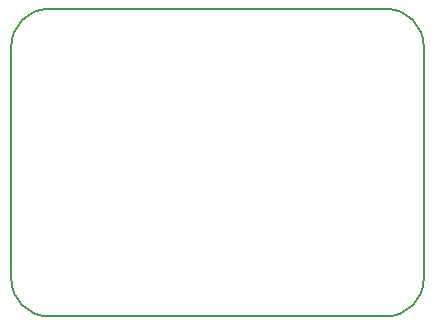
<source format=gbr>
G04 #@! TF.GenerationSoftware,KiCad,Pcbnew,(5.0.0)*
G04 #@! TF.CreationDate,2019-05-16T09:18:08+02:00*
G04 #@! TF.ProjectId,Manette_2019_PCB_Central,4D616E657474655F323031395F504342,rev?*
G04 #@! TF.SameCoordinates,Original*
G04 #@! TF.FileFunction,Profile,NP*
%FSLAX46Y46*%
G04 Gerber Fmt 4.6, Leading zero omitted, Abs format (unit mm)*
G04 Created by KiCad (PCBNEW (5.0.0)) date 05/16/19 09:18:08*
%MOMM*%
%LPD*%
G01*
G04 APERTURE LIST*
%ADD10C,0.150000*%
G04 APERTURE END LIST*
D10*
X108204000Y-102997000D02*
G75*
G02X111379000Y-99822000I3175000J0D01*
G01*
X111379000Y-125857000D02*
G75*
G02X108204000Y-122682000I0J3175000D01*
G01*
X143129000Y-122682000D02*
G75*
G02X139954000Y-125857000I-3175000J0D01*
G01*
X139954000Y-99822000D02*
G75*
G02X143129000Y-102997000I0J-3175000D01*
G01*
X108204000Y-102997000D02*
X108204000Y-122682000D01*
X139954000Y-99822000D02*
X111379000Y-99822000D01*
X143129000Y-122682000D02*
X143129000Y-102997000D01*
X111379000Y-125857000D02*
X139954000Y-125857000D01*
M02*

</source>
